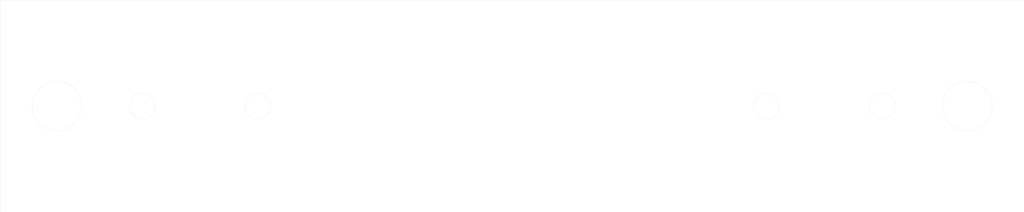
<source format=kicad_pcb>
(kicad_pcb (version 3) (host pcbnew "board outline.DXF")

  (general
    (links 0)
    (no_connects 0)
    (area 0 0 0 0)
    (thickness 1.6)
    (drawings 5)
    (tracks 0)
    (zones 0)
    (modules 0)
    (nets 1)
  )

  (page A3)
  (layers
    (15 F.Cu signal)
    (0 B.Cu signal)
    (16 B.Adhes user)
    (17 F.Adhes user)
    (18 B.Paste user)
    (19 F.Paste user)
    (20 B.SilkS user)
    (21 F.SilkS user)
    (22 B.Mask user)
    (23 F.Mask user)
    (24 Dwgs.User user)
    (25 Cmts.User user)
    (26 Eco1.User user)
    (27 Eco2.User user)
    (28 Edge.Cuts user)
  )

  (setup
    (last_trace_width 0.254)
    (trace_clearance 0.254)
    (zone_clearance 0.508)
    (zone_45_only no)
    (trace_min 0.254)
    (segment_width 0.2)
    (edge_width 0.1)
    (via_size 0.889)
    (via_drill 0.635)
    (via_min_size 0.889)
    (via_min_drill 0.508)
    (uvia_size 0.508)
    (uvia_drill 0.127)
    (uvias_allowed no)
    (uvia_min_size 0.508)
    (uvia_min_drill 0.127)
    (pcb_text_width 0.3)
    (pcb_text_size 1.5 1.5)
    (mod_edge_width 0.15)
    (mod_text_size 1 1)
    (mod_text_width 0.15)
    (pad_size 1.5 1.5)
    (pad_drill 0.6)
    (pad_to_mask_clearance 0)
    (aux_axis_origin 0 0)
    (visible_elements FFFFF77F)
    (pcbplotparams
      (layerselection 3178497)
      (usegerberextensions true)
      (excludeedgelayer true)
      (linewidth 152400)
      (plotframeref false)
      (viasonmask false)
      (mode 1)
      (useauxorigin false)
      (hpglpennumber 1)
      (hpglpenspeed 20)
      (hpglpendiameter 15)
      (hpglpenoverlay 2)
      (psnegative false)
      (psa4output false)
      (plotreference true)
      (plotvalue true)
      (plotothertext true)
      (plotinvisibletext false)
      (padsonsilk false)
      (subtractmaskfromsilk false)
      (outputformat 1)
      (mirror false)
      (drillshape 1)
      (scaleselection 1)
      (outputdirectory ""))
  )

  (net 0 "")

  (net_class Default "This is the default net class."
    (clearance 0.254)
    (trace_width 0.254)
    (via_dia 0.889)
    (via_drill 0.635)
    (uvia_dia 0.508)
    (uvia_drill 0.127)
    (add_net "")
  )

  (gr_circle (center -24.385000228881836 0) (end -24.385000228881836 0.8500000238418579) (layer Edge.Cuts) (width 0.01))
  (gr_circle (center 16.764999389648438 0) (end 16.764999389648438 0.8500000238418579) (layer Edge.Cuts) (width 0.01))
  (gr_circle (center 24.385000228881836 0) (end 24.385000228881836 0.8500000238418579) (layer Edge.Cuts) (width 0.01))
  (gr_circle (center 30 0) (end 30 1.6319499015808105) (layer Edge.Cuts) (width 0.01))
  (gr_circle (center -30 0) (end -30 1.6319499015808105) (layer Edge.Cuts) (width 0.01))
  (gr_circle (center -16.764999389648438 0) (end -16.764999389648438 0.8500000238418579) (layer Edge.Cuts) (width 0.01))
  (gr_line (start -33.75 7) (end 33.75 7) (angle 90) (layer Edge.Cuts) (width 0.01))
  (gr_line (start 33.75 7) (end 33.75 -7) (angle 90) (layer Edge.Cuts) (width 0.01))
  (gr_line (start 33.75 -7) (end -33.75 -7) (angle 90) (layer Edge.Cuts) (width 0.01))
  (gr_line (start -33.75 -7) (end -33.75 7) (angle 90) (layer Edge.Cuts) (width 0.01))

)

</source>
